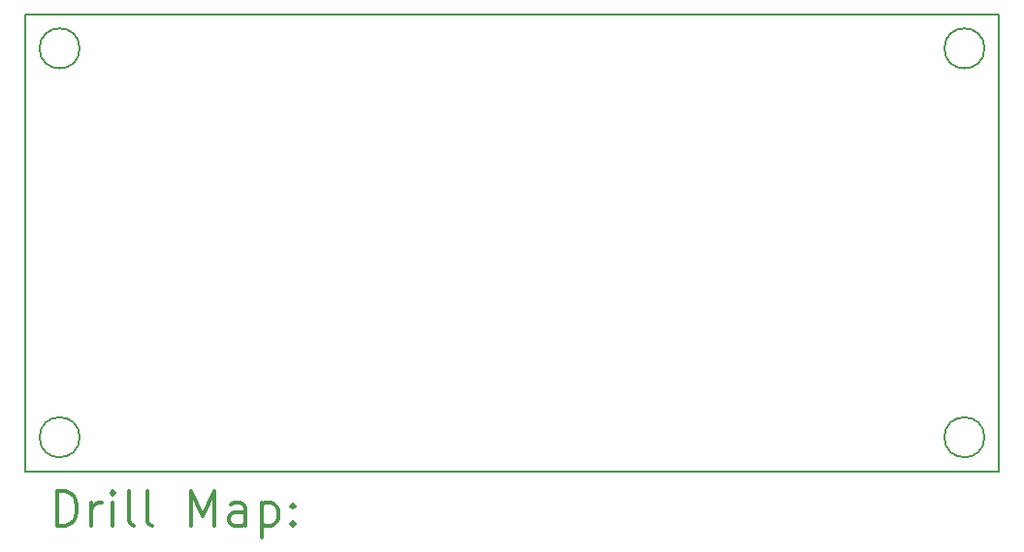
<source format=gbr>
%FSLAX45Y45*%
G04 Gerber Fmt 4.5, Leading zero omitted, Abs format (unit mm)*
G04 Created by KiCad (PCBNEW 5.0.2+dfsg1-1~bpo9+1) date Wed Mar  4 21:18:35 2020*
%MOMM*%
%LPD*%
G01*
G04 APERTURE LIST*
%ADD10C,0.150000*%
%ADD11C,0.200000*%
%ADD12C,0.300000*%
G04 APERTURE END LIST*
D10*
X14975000Y-8075000D02*
G75*
G03X14975000Y-8075000I-175000J0D01*
G01*
X14975000Y-11475000D02*
G75*
G03X14975000Y-11475000I-175000J0D01*
G01*
X7075000Y-11475000D02*
G75*
G03X7075000Y-11475000I-175000J0D01*
G01*
X7075000Y-8075000D02*
G75*
G03X7075000Y-8075000I-175000J0D01*
G01*
X6600000Y-11775000D02*
X6600000Y-7775000D01*
X15100000Y-11775000D02*
X6600000Y-11775000D01*
X15100000Y-7775000D02*
X15100000Y-11775000D01*
X6600000Y-7775000D02*
X15100000Y-7775000D01*
D11*
D12*
X6878928Y-12248214D02*
X6878928Y-11948214D01*
X6950357Y-11948214D01*
X6993214Y-11962500D01*
X7021786Y-11991071D01*
X7036071Y-12019643D01*
X7050357Y-12076786D01*
X7050357Y-12119643D01*
X7036071Y-12176786D01*
X7021786Y-12205357D01*
X6993214Y-12233929D01*
X6950357Y-12248214D01*
X6878928Y-12248214D01*
X7178928Y-12248214D02*
X7178928Y-12048214D01*
X7178928Y-12105357D02*
X7193214Y-12076786D01*
X7207500Y-12062500D01*
X7236071Y-12048214D01*
X7264643Y-12048214D01*
X7364643Y-12248214D02*
X7364643Y-12048214D01*
X7364643Y-11948214D02*
X7350357Y-11962500D01*
X7364643Y-11976786D01*
X7378928Y-11962500D01*
X7364643Y-11948214D01*
X7364643Y-11976786D01*
X7550357Y-12248214D02*
X7521786Y-12233929D01*
X7507500Y-12205357D01*
X7507500Y-11948214D01*
X7707500Y-12248214D02*
X7678928Y-12233929D01*
X7664643Y-12205357D01*
X7664643Y-11948214D01*
X8050357Y-12248214D02*
X8050357Y-11948214D01*
X8150357Y-12162500D01*
X8250357Y-11948214D01*
X8250357Y-12248214D01*
X8521786Y-12248214D02*
X8521786Y-12091071D01*
X8507500Y-12062500D01*
X8478928Y-12048214D01*
X8421786Y-12048214D01*
X8393214Y-12062500D01*
X8521786Y-12233929D02*
X8493214Y-12248214D01*
X8421786Y-12248214D01*
X8393214Y-12233929D01*
X8378928Y-12205357D01*
X8378928Y-12176786D01*
X8393214Y-12148214D01*
X8421786Y-12133929D01*
X8493214Y-12133929D01*
X8521786Y-12119643D01*
X8664643Y-12048214D02*
X8664643Y-12348214D01*
X8664643Y-12062500D02*
X8693214Y-12048214D01*
X8750357Y-12048214D01*
X8778928Y-12062500D01*
X8793214Y-12076786D01*
X8807500Y-12105357D01*
X8807500Y-12191071D01*
X8793214Y-12219643D01*
X8778928Y-12233929D01*
X8750357Y-12248214D01*
X8693214Y-12248214D01*
X8664643Y-12233929D01*
X8936071Y-12219643D02*
X8950357Y-12233929D01*
X8936071Y-12248214D01*
X8921786Y-12233929D01*
X8936071Y-12219643D01*
X8936071Y-12248214D01*
X8936071Y-12062500D02*
X8950357Y-12076786D01*
X8936071Y-12091071D01*
X8921786Y-12076786D01*
X8936071Y-12062500D01*
X8936071Y-12091071D01*
M02*

</source>
